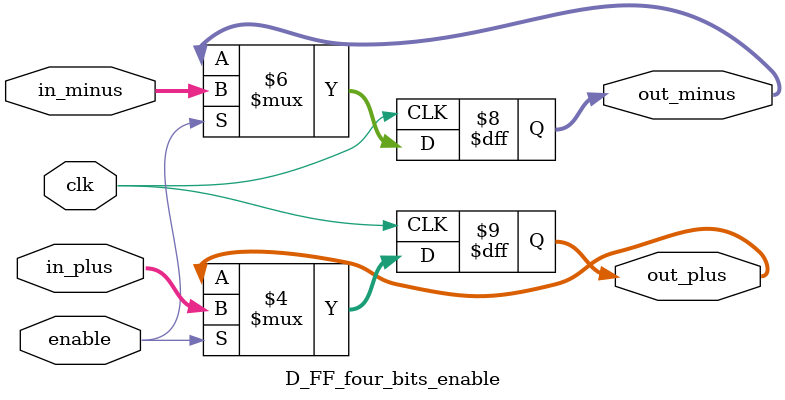
<source format=v>
module D_FF_four_bits_enable(in_plus,in_minus,enable,clk,out_plus,out_minus);

input clk;
input enable;
input[3:0] in_minus,in_plus;
output[3:0] out_minus,out_plus;
reg[3:0] out_minus,out_plus;

initial begin
	out_minus<=4'b0;
	out_plus<=4'b0;
end

always@(posedge clk) begin
	if(enable==1'b1) begin
		out_minus<=in_minus;
		out_plus<=in_plus;
	end
end

endmodule

</source>
